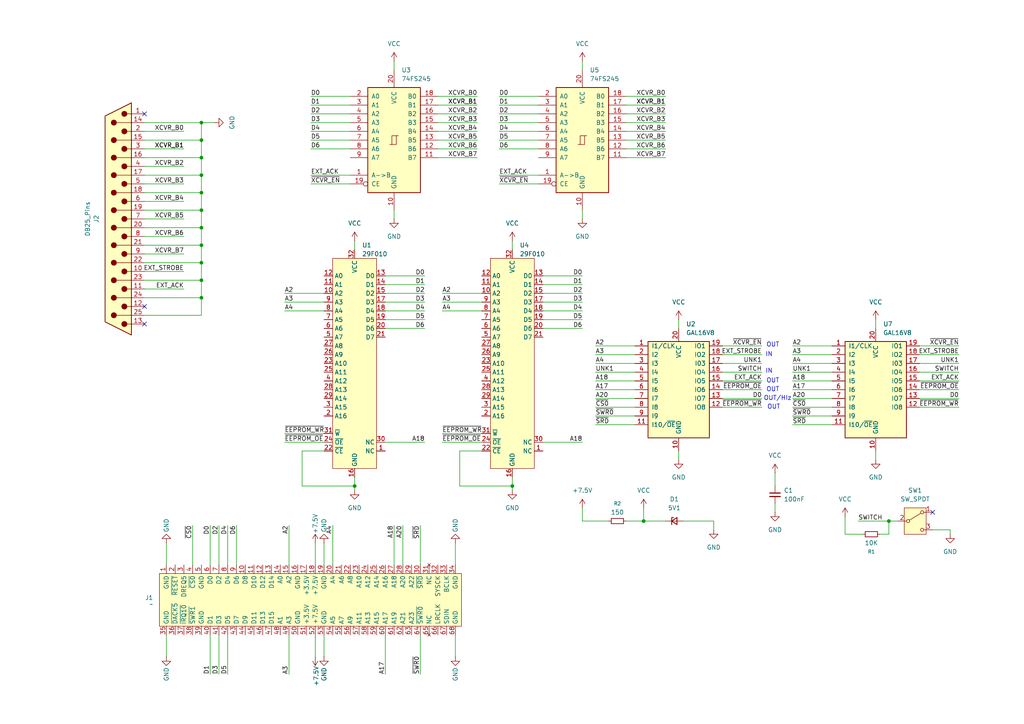
<source format=kicad_sch>
(kicad_sch (version 20250114) (generator "eeschema") (generator_version "9.0")
  (paper "A4")
  (lib_symbols
    (symbol "29F010_1"
      (property "Reference" "U" (at 3.048 28.448 0))
      (property "Value" "29F010" (at 0 0 90))
      (symbol "29F010_1_1_1"
        (rectangle (start -6.35 26.67) (end 6.35 -34.29) (fill (type background)))
        (pin input line (at -8.89 21.59 0) (length 2.54) (name "A0") (number "12"))
        (pin input line (at -8.89 19.05 0) (length 2.54) (name "A1") (number "11"))
        (pin input line (at -8.89 16.51 0) (length 2.54) (name "A2") (number "10"))
        (pin input line (at -8.89 13.97 0) (length 2.54) (name "A3") (number "9"))
        (pin input line (at -8.89 11.43 0) (length 2.54) (name "A4") (number "8"))
        (pin input line (at -8.89 8.89 0) (length 2.54) (name "A5") (number "7"))
        (pin input line (at -8.89 6.35 0) (length 2.54) (name "A6") (number "6"))
        (pin input line (at -8.89 3.81 0) (length 2.54) (name "A7") (number "5"))
        (pin input line (at -8.89 1.27 0) (length 2.54) (name "A8") (number "27"))
        (pin input line (at -8.89 -1.27 0) (length 2.54) (name "A9") (number "26"))
        (pin input line (at -8.89 -3.81 0) (length 2.54) (name "A10") (number "23"))
        (pin input line (at -8.89 -6.35 0) (length 2.54) (name "A11") (number "25"))
        (pin input line (at -8.89 -8.89 0) (length 2.54) (name "A12") (number "4"))
        (pin input line (at -8.89 -11.43 0) (length 2.54) (name "A13") (number "28"))
        (pin input line (at -8.89 -13.97 0) (length 2.54) (name "A14") (number "29"))
        (pin input line (at -8.89 -16.51 0) (length 2.54) (name "A15") (number "3"))
        (pin input line (at -8.89 -19.05 0) (length 2.54) (name "A16") (number "2"))
        (pin input line (at -8.89 -24.13 0) (length 2.54) (name "~{W}") (number "31"))
        (pin input line (at -8.89 -26.67 0) (length 2.54) (name "~{OE}") (number "24"))
        (pin input line (at -8.89 -29.21 0) (length 2.54) (name "~{CE}") (number "22"))
        (pin power_in line (at 0 29.21 270) (length 2.54) (name "VCC") (number "32"))
        (pin power_in line (at 0 -36.83 90) (length 2.54) (name "GND") (number "16"))
        (pin output line (at 8.89 21.59 180) (length 2.54) (name "D0") (number "13"))
        (pin output line (at 8.89 19.05 180) (length 2.54) (name "D1") (number "14"))
        (pin output line (at 8.89 16.51 180) (length 2.54) (name "D2") (number "15"))
        (pin output line (at 8.89 13.97 180) (length 2.54) (name "D3") (number "17"))
        (pin output line (at 8.89 11.43 180) (length 2.54) (name "D4") (number "18"))
        (pin output line (at 8.89 8.89 180) (length 2.54) (name "D5") (number "19"))
        (pin output line (at 8.89 6.35 180) (length 2.54) (name "D6") (number "20"))
        (pin output line (at 8.89 3.81 180) (length 2.54) (name "D7") (number "21"))
        (pin free line (at 8.89 -26.67 180) (length 2.54) (name "NC") (number "30"))
        (pin free line (at 8.89 -29.21 180) (length 2.54) (name "NC") (number "1"))
      )
    )
    (symbol "74xx:74LS245" (pin_names (offset 1.016))
      (property "Reference" "U" (at -7.62 16.51 0))
      (property "Value" "74LS245" (at -7.62 -16.51 0))
      (symbol "74LS245_1_0"
        (polyline (pts (xy -1.27 -1.27) (xy 0.635 -1.27) (xy 0.635 1.27) (xy 1.27 1.27)))
        (polyline (pts (xy -0.635 -1.27) (xy -0.635 1.27) (xy 0.635 1.27)))
        (pin tri_state line (at -12.7 12.7 0) (length 5.08) (name "A0") (number "2"))
        (pin tri_state line (at -12.7 10.16 0) (length 5.08) (name "A1") (number "3"))
        (pin tri_state line (at -12.7 7.62 0) (length 5.08) (name "A2") (number "4"))
        (pin tri_state line (at -12.7 5.08 0) (length 5.08) (name "A3") (number "5"))
        (pin tri_state line (at -12.7 2.54 0) (length 5.08) (name "A4") (number "6"))
        (pin tri_state line (at -12.7 0 0) (length 5.08) (name "A5") (number "7"))
        (pin tri_state line (at -12.7 -2.54 0) (length 5.08) (name "A6") (number "8"))
        (pin tri_state line (at -12.7 -5.08 0) (length 5.08) (name "A7") (number "9"))
        (pin input line (at -12.7 -10.16 0) (length 5.08) (name "A->B") (number "1"))
        (pin input inverted (at -12.7 -12.7 0) (length 5.08) (name "CE") (number "19"))
        (pin power_in line (at 0 20.32 270) (length 5.08) (name "VCC") (number "20"))
        (pin power_in line (at 0 -20.32 90) (length 5.08) (name "GND") (number "10"))
        (pin tri_state line (at 12.7 12.7 180) (length 5.08) (name "B0") (number "18"))
        (pin tri_state line (at 12.7 10.16 180) (length 5.08) (name "B1") (number "17"))
        (pin tri_state line (at 12.7 7.62 180) (length 5.08) (name "B2") (number "16"))
        (pin tri_state line (at 12.7 5.08 180) (length 5.08) (name "B3") (number "15"))
        (pin tri_state line (at 12.7 2.54 180) (length 5.08) (name "B4") (number "14"))
        (pin tri_state line (at 12.7 0 180) (length 5.08) (name "B5") (number "13"))
        (pin tri_state line (at 12.7 -2.54 180) (length 5.08) (name "B6") (number "12"))
        (pin tri_state line (at 12.7 -5.08 180) (length 5.08) (name "B7") (number "11"))
      )
      (symbol "74LS245_1_1"
        (rectangle (start -7.62 15.24) (end 7.62 -15.24) (stroke (width 0.254)) (fill (type background)))
      )
    )
    (symbol "Connector:DB25_Pins" (pin_names (offset 1.016) (hide yes))
      (property "Reference" "J" (at 0 34.29 0))
      (property "Value" "DB25_Pins" (at 0 -34.925 0))
      (symbol "DB25_Pins_0_1"
        (polyline (pts (xy -3.81 30.48) (xy -2.54 30.48)))
        (polyline (pts (xy -3.81 27.94) (xy 0.508 27.94)))
        (polyline (pts (xy -3.81 25.4) (xy -2.54 25.4)))
        (polyline (pts (xy -3.81 22.86) (xy 0.508 22.86)))
        (polyline (pts (xy -3.81 20.32) (xy -2.54 20.32)))
        (polyline (pts (xy -3.81 17.78) (xy 0.508 17.78)))
        (polyline (pts (xy -3.81 15.24) (xy -2.54 15.24)))
        (polyline (pts (xy -3.81 12.7) (xy 0.508 12.7)))
        (polyline (pts (xy -3.81 10.16) (xy -2.54 10.16)))
        (polyline (pts (xy -3.81 7.62) (xy 0.508 7.62)))
        (polyline (pts (xy -3.81 5.08) (xy -2.54 5.08)))
        (polyline (pts (xy -3.81 2.54) (xy 0.508 2.54)))
        (polyline (pts (xy -3.81 0) (xy -2.54 0)))
        (polyline (pts (xy -3.81 -2.54) (xy 0.508 -2.54)))
        (polyline (pts (xy -3.81 -5.08) (xy -2.54 -5.08)))
        (polyline (pts (xy -3.81 -7.62) (xy 0.508 -7.62)))
        (polyline (pts (xy -3.81 -10.16) (xy -2.54 -10.16)))
        (polyline (pts (xy -3.81 -12.7) (xy 0.508 -12.7)))
        (polyline (pts (xy -3.81 -15.24) (xy -2.54 -15.24)))
        (polyline (pts (xy -3.81 -17.78) (xy 0.508 -17.78)))
        (polyline (pts (xy -3.81 -20.32) (xy -2.54 -20.32)))
        (polyline (pts (xy -3.81 -22.86) (xy 0.508 -22.86)))
        (polyline (pts (xy -3.81 -25.4) (xy -2.54 -25.4)))
        (polyline (pts (xy -3.81 -27.94) (xy 0.508 -27.94)))
        (polyline (pts (xy -3.81 -30.48) (xy -2.54 -30.48)))
        (polyline (pts (xy -3.81 -33.655) (xy 3.81 -29.845) (xy 3.81 29.845) (xy -3.81 33.655) (xy -3.81 -33.655)) (stroke (width 0.254)) (fill (type background)))
        (circle (center -1.778 30.48) (radius 0.762) (fill (type outline)))
        (circle (center -1.778 25.4) (radius 0.762) (fill (type outline)))
        (circle (center -1.778 20.32) (radius 0.762) (fill (type outline)))
        (circle (center -1.778 15.24) (radius 0.762) (fill (type outline)))
        (circle (center -1.778 10.16) (radius 0.762) (fill (type outline)))
        (circle (center -1.778 5.08) (radius 0.762) (fill (type outline)))
        (circle (center -1.778 0) (radius 0.762) (fill (type outline)))
        (circle (center -1.778 -5.08) (radius 0.762) (fill (type outline)))
        (circle (center -1.778 -10.16) (radius 0.762) (fill (type outline)))
        (circle (center -1.778 -15.24) (radius 0.762) (fill (type outline)))
        (circle (center -1.778 -20.32) (radius 0.762) (fill (type outline)))
        (circle (center -1.778 -25.4) (radius 0.762) (fill (type outline)))
        (circle (center -1.778 -30.48) (radius 0.762) (fill (type outline)))
        (circle (center 1.27 27.94) (radius 0.762) (fill (type outline)))
        (circle (center 1.27 22.86) (radius 0.762) (fill (type outline)))
        (circle (center 1.27 17.78) (radius 0.762) (fill (type outline)))
        (circle (center 1.27 12.7) (radius 0.762) (fill (type outline)))
        (circle (center 1.27 7.62) (radius 0.762) (fill (type outline)))
        (circle (center 1.27 2.54) (radius 0.762) (fill (type outline)))
        (circle (center 1.27 -2.54) (radius 0.762) (fill (type outline)))
        (circle (center 1.27 -7.62) (radius 0.762) (fill (type outline)))
        (circle (center 1.27 -12.7) (radius 0.762) (fill (type outline)))
        (circle (center 1.27 -17.78) (radius 0.762) (fill (type outline)))
        (circle (center 1.27 -22.86) (radius 0.762) (fill (type outline)))
        (circle (center 1.27 -27.94) (radius 0.762) (fill (type outline)))
      )
      (symbol "DB25_Pins_1_1"
        (pin passive line (at -7.62 30.48 0) (length 3.81) (name "13") (number "13"))
        (pin passive line (at -7.62 27.94 0) (length 3.81) (name "P25") (number "25"))
        (pin passive line (at -7.62 25.4 0) (length 3.81) (name "12") (number "12"))
        (pin passive line (at -7.62 22.86 0) (length 3.81) (name "P24") (number "24"))
        (pin passive line (at -7.62 20.32 0) (length 3.81) (name "11") (number "11"))
        (pin passive line (at -7.62 17.78 0) (length 3.81) (name "P23") (number "23"))
        (pin passive line (at -7.62 15.24 0) (length 3.81) (name "10") (number "10"))
        (pin passive line (at -7.62 12.7 0) (length 3.81) (name "P22") (number "22"))
        (pin passive line (at -7.62 10.16 0) (length 3.81) (name "9") (number "9"))
        (pin passive line (at -7.62 7.62 0) (length 3.81) (name "P21") (number "21"))
        (pin passive line (at -7.62 5.08 0) (length 3.81) (name "8") (number "8"))
        (pin passive line (at -7.62 2.54 0) (length 3.81) (name "P20") (number "20"))
        (pin passive line (at -7.62 0 0) (length 3.81) (name "7") (number "7"))
        (pin passive line (at -7.62 -2.54 0) (length 3.81) (name "P19") (number "19"))
        (pin passive line (at -7.62 -5.08 0) (length 3.81) (name "6") (number "6"))
        (pin passive line (at -7.62 -7.62 0) (length 3.81) (name "P18") (number "18"))
        (pin passive line (at -7.62 -10.16 0) (length 3.81) (name "5") (number "5"))
        (pin passive line (at -7.62 -12.7 0) (length 3.81) (name "P17") (number "17"))
        (pin passive line (at -7.62 -15.24 0) (length 3.81) (name "4") (number "4"))
        (pin passive line (at -7.62 -17.78 0) (length 3.81) (name "P16") (number "16"))
        (pin passive line (at -7.62 -20.32 0) (length 3.81) (name "3") (number "3"))
        (pin passive line (at -7.62 -22.86 0) (length 3.81) (name "P15") (number "15"))
        (pin passive line (at -7.62 -25.4 0) (length 3.81) (name "2") (number "2"))
        (pin passive line (at -7.62 -27.94 0) (length 3.81) (name "P14") (number "14"))
        (pin passive line (at -7.62 -30.48 0) (length 3.81) (name "1") (number "1"))
      )
    )
    (symbol "Device:C_Small" (pin_numbers (hide yes)) (pin_names (offset 0.254) (hide yes))
      (property "Reference" "C" (at 0.254 1.778 0))
      (property "Value" "C_Small" (at 0.254 -2.032 0))
      (symbol "C_Small_0_1"
        (polyline (pts (xy -1.524 0.508) (xy 1.524 0.508)) (stroke (width 0.3048)))
        (polyline (pts (xy -1.524 -0.508) (xy 1.524 -0.508)) (stroke (width 0.3302)))
      )
      (symbol "C_Small_1_1"
        (pin passive line (at 0 2.54 270) (length 2.032) (name "~") (number "1"))
        (pin passive line (at 0 -2.54 90) (length 2.032) (name "~") (number "2"))
      )
    )
    (symbol "Device:D_Zener_Small" (pin_numbers (hide yes)) (pin_names (offset 0.254) (hide yes))
      (property "Reference" "D" (at 0 2.286 0))
      (property "Value" "D_Zener_Small" (at 0 -2.286 0))
      (symbol "D_Zener_Small_0_1"
        (polyline (pts (xy -0.254 1.016) (xy -0.762 1.016) (xy -0.762 -1.016)) (stroke (width 0.254)))
        (polyline (pts (xy 0.762 1.016) (xy -0.762 0) (xy 0.762 -1.016) (xy 0.762 1.016)) (stroke (width 0.254)))
        (polyline (pts (xy 0.762 0) (xy -0.762 0)))
      )
      (symbol "D_Zener_Small_1_1"
        (pin passive line (at -2.54 0 0) (length 1.778) (name "K") (number "1"))
        (pin passive line (at 2.54 0 180) (length 1.778) (name "A") (number "2"))
      )
    )
    (symbol "Device:R_Small" (pin_numbers (hide yes)) (pin_names (offset 0.254) (hide yes))
      (property "Reference" "R" (at 0 0 90))
      (property "Value" "R_Small" (at 1.778 0 90))
      (symbol "R_Small_0_1"
        (rectangle (start -0.762 1.778) (end 0.762 -1.778) (stroke (width 0.2032)))
      )
      (symbol "R_Small_1_1"
        (pin passive line (at 0 2.54 270) (length 0.762) (name "~") (number "1"))
        (pin passive line (at 0 -2.54 90) (length 0.762) (name "~") (number "2"))
      )
    )
    (symbol "Logic_Programmable:GAL16V8" (pin_names (offset 1.016))
      (property "Reference" "U" (at -8.89 16.51 0))
      (property "Value" "GAL16V8" (at 1.27 16.51 0))
      (symbol "GAL16V8_0_0"
        (pin power_in line (at 0 17.78 270) (length 3.81) (name "VCC") (number "20"))
        (pin power_in line (at 0 -17.78 90) (length 3.81) (name "GND") (number "10"))
      )
      (symbol "GAL16V8_0_1"
        (rectangle (start -8.89 13.97) (end 8.89 -13.97) (stroke (width 0.254)) (fill (type background)))
      )
      (symbol "GAL16V8_1_1"
        (pin input line (at -12.7 12.7 0) (length 3.81) (name "I1/CLK") (number "1"))
        (pin input line (at -12.7 10.16 0) (length 3.81) (name "I2") (number "2"))
        (pin input line (at -12.7 7.62 0) (length 3.81) (name "I3") (number "3"))
        (pin input line (at -12.7 5.08 0) (length 3.81) (name "I4") (number "4"))
        (pin input line (at -12.7 2.54 0) (length 3.81) (name "I5") (number "5"))
        (pin input line (at -12.7 0 0) (length 3.81) (name "I6") (number "6"))
        (pin input line (at -12.7 -2.54 0) (length 3.81) (name "I7") (number "7"))
        (pin input line (at -12.7 -5.08 0) (length 3.81) (name "I8") (number "8"))
        (pin input line (at -12.7 -7.62 0) (length 3.81) (name "I9") (number "9"))
        (pin input line (at -12.7 -10.16 0) (length 3.81) (name "I10/~{OE}") (number "11"))
        (pin tri_state line (at 12.7 12.7 180) (length 3.81) (name "IO1") (number "19"))
        (pin tri_state line (at 12.7 10.16 180) (length 3.81) (name "IO2") (number "18"))
        (pin tri_state line (at 12.7 7.62 180) (length 3.81) (name "I03") (number "17"))
        (pin tri_state line (at 12.7 5.08 180) (length 3.81) (name "IO4") (number "16"))
        (pin tri_state line (at 12.7 2.54 180) (length 3.81) (name "IO5") (number "15"))
        (pin tri_state line (at 12.7 0 180) (length 3.81) (name "IO6") (number "14"))
        (pin tri_state line (at 12.7 -2.54 180) (length 3.81) (name "IO7") (number "13"))
        (pin tri_state line (at 12.7 -5.08 180) (length 3.81) (name "IO8") (number "12"))
      )
    )
    (symbol "PR_Symbols:29F010"
      (property "Reference" "U" (at 3.048 28.448 0))
      (property "Value" "29F010" (at 0 0 90))
      (symbol "29F010_1_1"
        (rectangle (start -6.35 26.67) (end 6.35 -34.29) (fill (type background)))
        (pin input line (at -8.89 21.59 0) (length 2.54) (name "A0") (number "12"))
        (pin input line (at -8.89 19.05 0) (length 2.54) (name "A1") (number "11"))
        (pin input line (at -8.89 16.51 0) (length 2.54) (name "A2") (number "10"))
        (pin input line (at -8.89 13.97 0) (length 2.54) (name "A3") (number "9"))
        (pin input line (at -8.89 11.43 0) (length 2.54) (name "A4") (number "8"))
        (pin input line (at -8.89 8.89 0) (length 2.54) (name "A5") (number "7"))
        (pin input line (at -8.89 6.35 0) (length 2.54) (name "A6") (number "6"))
        (pin input line (at -8.89 3.81 0) (length 2.54) (name "A7") (number "5"))
        (pin input line (at -8.89 1.27 0) (length 2.54) (name "A8") (number "27"))
        (pin input line (at -8.89 -1.27 0) (length 2.54) (name "A9") (number "26"))
        (pin input line (at -8.89 -3.81 0) (length 2.54) (name "A10") (number "23"))
        (pin input line (at -8.89 -6.35 0) (length 2.54) (name "A11") (number "25"))
        (pin input line (at -8.89 -8.89 0) (length 2.54) (name "A12") (number "4"))
        (pin input line (at -8.89 -11.43 0) (length 2.54) (name "A13") (number "28"))
        (pin input line (at -8.89 -13.97 0) (length 2.54) (name "A14") (number "29"))
        (pin input line (at -8.89 -16.51 0) (length 2.54) (name "A15") (number "3"))
        (pin input line (at -8.89 -19.05 0) (length 2.54) (name "A16") (number "2"))
        (pin input line (at -8.89 -24.13 0) (length 2.54) (name "~{W}") (number "31"))
        (pin input line (at -8.89 -26.67 0) (length 2.54) (name "~{OE}") (number "24"))
        (pin input line (at -8.89 -29.21 0) (length 2.54) (name "~{CE}") (number "22"))
        (pin power_in line (at 0 29.21 270) (length 2.54) (name "VCC") (number "32"))
        (pin power_in line (at 0 -36.83 90) (length 2.54) (name "GND") (number "16"))
        (pin output line (at 8.89 21.59 180) (length 2.54) (name "D0") (number "13"))
        (pin output line (at 8.89 19.05 180) (length 2.54) (name "D1") (number "14"))
        (pin output line (at 8.89 16.51 180) (length 2.54) (name "D2") (number "15"))
        (pin output line (at 8.89 13.97 180) (length 2.54) (name "D3") (number "17"))
        (pin output line (at 8.89 11.43 180) (length 2.54) (name "D4") (number "18"))
        (pin output line (at 8.89 8.89 180) (length 2.54) (name "D5") (number "19"))
        (pin output line (at 8.89 6.35 180) (length 2.54) (name "D6") (number "20"))
        (pin output line (at 8.89 3.81 180) (length 2.54) (name "D7") (number "21"))
        (pin free line (at 8.89 -26.67 180) (length 2.54) (name "NC") (number "30"))
        (pin free line (at 8.89 -29.21 180) (length 2.54) (name "NC") (number "1"))
      )
    )
    (symbol "PR_Symbols:PIO Port"
      (property "Reference" "J" (at 46.482 9.398 0))
      (symbol "PIO Port_1_1"
        (rectangle (start -42.672 7.62) (end 44.958 -7.62) (fill (type background)))
        (pin power_out line (at -40.64 10.16 270) (length 2.54) (name "GND") (number "1"))
        (pin power_out line (at -40.64 -10.16 90) (length 2.54) (name "GND") (number "35"))
        (pin open_collector line (at -38.1 10.16 270) (length 2.54) (name "~{RESET}") (number "2"))
        (pin output line (at -38.1 -10.16 90) (length 2.54) (name "~{DACK5}") (number "36"))
        (pin input line (at -35.56 10.16 270) (length 2.54) (name "DREQ5") (number "3"))
        (pin input line (at -35.56 -10.16 90) (length 2.54) (name "~{IRQ10}") (number "37"))
        (pin output line (at -33.02 10.16 270) (length 2.54) (name "~{CS0}") (number "4"))
        (pin output line (at -33.02 -10.16 90) (length 2.54) (name "~{SWR1}") (number "38"))
        (pin output line (at -30.48 10.16 270) (length 2.54) (name "GND") (number "5"))
        (pin output line (at -30.48 -10.16 90) (length 2.54) (name "GND") (number "39"))
        (pin bidirectional line (at -27.94 10.16 270) (length 2.54) (name "D0") (number "6"))
        (pin bidirectional line (at -27.94 -10.16 90) (length 2.54) (name "D1") (number "40"))
        (pin bidirectional line (at -25.4 10.16 270) (length 2.54) (name "D2") (number "7"))
        (pin bidirectional line (at -25.4 -10.16 90) (length 2.54) (name "D3") (number "41"))
        (pin bidirectional line (at -22.86 10.16 270) (length 2.54) (name "D4") (number "8"))
        (pin bidirectional line (at -22.86 -10.16 90) (length 2.54) (name "D5") (number "42"))
        (pin bidirectional line (at -20.32 10.16 270) (length 2.54) (name "D6") (number "9"))
        (pin bidirectional line (at -20.32 -10.16 90) (length 2.54) (name "D7") (number "43"))
        (pin bidirectional line (at -17.78 10.16 270) (length 2.54) (name "D8") (number "10"))
        (pin bidirectional line (at -17.78 -10.16 90) (length 2.54) (name "D9") (number "44"))
        (pin bidirectional line (at -15.24 10.16 270) (length 2.54) (name "D10") (number "11"))
        (pin bidirectional line (at -15.24 -10.16 90) (length 2.54) (name "D11") (number "45"))
        (pin bidirectional line (at -12.7 10.16 270) (length 2.54) (name "D12") (number "12"))
        (pin bidirectional line (at -12.7 -10.16 90) (length 2.54) (name "D13") (number "46"))
        (pin bidirectional line (at -10.16 10.16 270) (length 2.54) (name "D14") (number "13"))
        (pin bidirectional line (at -10.16 -10.16 90) (length 2.54) (name "D15") (number "47"))
        (pin output line (at -7.62 10.16 270) (length 2.54) (name "A0") (number "14"))
        (pin output line (at -7.62 -10.16 90) (length 2.54) (name "A1") (number "48"))
        (pin output line (at -5.08 10.16 270) (length 2.54) (name "A2") (number "15"))
        (pin output line (at -5.08 -10.16 90) (length 2.54) (name "A3") (number "49"))
        (pin output line (at -2.54 10.16 270) (length 2.54) (name "GND") (number "16"))
        (pin output line (at -2.54 -10.16 90) (length 2.54) (name "GND") (number "50"))
        (pin power_out line (at 0 10.16 270) (length 2.54) (name "+3.5V") (number "17"))
        (pin power_out line (at 0 -10.16 90) (length 2.54) (name "+3.5V") (number "51"))
        (pin power_out line (at 2.54 10.16 270) (length 2.54) (name "+7.5V") (number "18"))
        (pin power_out line (at 2.54 -10.16 90) (length 2.54) (name "+7.5V") (number "52"))
        (pin output line (at 5.08 10.16 270) (length 2.54) (name "GND") (number "19"))
        (pin output line (at 5.08 -10.16 90) (length 2.54) (name "GND") (number "53"))
        (pin output line (at 7.62 10.16 270) (length 2.54) (name "A4") (number "20"))
        (pin output line (at 7.62 -10.16 90) (length 2.54) (name "A5") (number "54"))
        (pin output line (at 10.16 10.16 270) (length 2.54) (name "A6") (number "21"))
        (pin output line (at 10.16 -10.16 90) (length 2.54) (name "A7") (number "55"))
        (pin output line (at 12.7 10.16 270) (length 2.54) (name "A8") (number "22"))
        (pin output line (at 12.7 -10.16 90) (length 2.54) (name "A9") (number "56"))
        (pin output line (at 15.24 10.16 270) (length 2.54) (name "A10") (number "23"))
        (pin output line (at 15.24 -10.16 90) (length 2.54) (name "A11") (number "57"))
        (pin output line (at 17.78 10.16 270) (length 2.54) (name "A12") (number "24"))
        (pin output line (at 17.78 -10.16 90) (length 2.54) (name "A13") (number "58"))
        (pin output line (at 20.32 10.16 270) (length 2.54) (name "A14") (number "25"))
        (pin output line (at 20.32 -10.16 90) (length 2.54) (name "A15") (number "59"))
        (pin output line (at 22.86 10.16 270) (length 2.54) (name "A16") (number "26"))
        (pin output line (at 22.86 -10.16 90) (length 2.54) (name "A17") (number "60"))
        (pin output line (at 25.4 10.16 270) (length 2.54) (name "A18") (number "27"))
        (pin output line (at 25.4 -10.16 90) (length 2.54) (name "A19") (number "61"))
        (pin output line (at 27.94 10.16 270) (length 2.54) (name "A20") (number "28"))
        (pin output line (at 27.94 -10.16 90) (length 2.54) (name "A21") (number "62"))
        (pin output line (at 30.48 10.16 270) (length 2.54) (name "A22") (number "29"))
        (pin output line (at 30.48 -10.16 90) (length 2.54) (name "A23") (number "63"))
        (pin output line (at 33.02 10.16 270) (length 2.54) (name "~{SRD}") (number "30"))
        (pin output line (at 33.02 -10.16 90) (length 2.54) (name "~{SWR0}") (number "64"))
        (pin no_connect line (at 35.56 10.16 270) (length 2.54) (name "NC") (number "31"))
        (pin no_connect line (at 35.56 -10.16 90) (length 2.54) (name "NC") (number "65"))
        (pin output line (at 38.1 10.16 270) (length 2.54) (name "SYSCK") (number "32"))
        (pin output line (at 38.1 -10.16 90) (length 2.54) (name "LRCLK") (number "66"))
        (pin output line (at 40.64 10.16 270) (length 2.54) (name "BCLK") (number "33"))
        (pin input line (at 40.64 -10.16 90) (length 2.54) (name "SDIN") (number "67"))
        (pin power_out line (at 43.18 10.16 270) (length 2.54) (name "GND") (number "34"))
        (pin power_out line (at 43.18 -10.16 90) (length 2.54) (name "GND") (number "68"))
      )
    )
    (symbol "Switch:SW_SPDT" (pin_names (offset 0) (hide yes))
      (property "Reference" "SW" (at 0 5.08 0))
      (property "Value" "SW_SPDT" (at 0 -5.08 0))
      (symbol "SW_SPDT_0_1"
        (circle (center -2.032 0) (radius 0.4572))
        (polyline (pts (xy -1.651 0.254) (xy 1.651 2.286)))
        (circle (center 2.032 2.54) (radius 0.4572))
        (circle (center 2.032 -2.54) (radius 0.4572))
      )
      (symbol "SW_SPDT_1_1"
        (rectangle (start -3.175 3.81) (end 3.175 -3.81) (fill (type background)))
        (pin passive line (at -5.08 0 0) (length 2.54) (name "B") (number "2"))
        (pin passive line (at 5.08 2.54 180) (length 2.54) (name "A") (number "1"))
        (pin passive line (at 5.08 -2.54 180) (length 2.54) (name "C") (number "3"))
      )
    )
    (symbol "power:+7.5V" (power) (pin_numbers (hide yes)) (pin_names (offset 0) (hide yes))
      (property "Value" "+7.5V" (at 0 3.556 0))
      (symbol "+7.5V_0_1"
        (polyline (pts (xy -0.762 1.27) (xy 0 2.54)))
        (polyline (pts (xy 0 2.54) (xy 0.762 1.27)))
        (polyline (pts (xy 0 0) (xy 0 2.54)))
      )
      (symbol "+7.5V_1_1"
        (pin power_in line (at 0 0 90) (length 0) (name "~") (number "1"))
      )
    )
    (symbol "power:GND" (power) (pin_numbers (hide yes)) (pin_names (offset 0) (hide yes))
      (property "Value" "GND" (at 0 -3.81 0))
      (symbol "GND_0_1"
        (polyline (pts (xy 0 0) (xy 0 -1.27) (xy 1.27 -1.27) (xy 0 -2.54) (xy -1.27 -1.27) (xy 0 -1.27)))
      )
      (symbol "GND_1_1"
        (pin power_in line (at 0 0 270) (length 0) (name "~") (number "1"))
      )
    )
    (symbol "power:VCC" (power) (pin_numbers (hide yes)) (pin_names (offset 0) (hide yes))
      (property "Value" "VCC" (at 0 3.556 0))
      (symbol "VCC_0_1"
        (polyline (pts (xy -0.762 1.27) (xy 0 2.54)))
        (polyline (pts (xy 0 2.54) (xy 0.762 1.27)))
        (polyline (pts (xy 0 0) (xy 0 2.54)))
      )
      (symbol "VCC_1_1"
        (pin power_in line (at 0 0 90) (length 0) (name "~") (number "1"))
      )
    )
  )
  (text "OUT" (at 222.25 110.49 0) (effects (font (size 1.27 1.27)) (justify left)))
  (text "OUT" (at 222.25 100.076 0) (effects (font (size 1.27 1.27)) (justify left)))
  (text "OUT/HIz" (at 221.488 115.57 0) (effects (font (size 1.27 1.27)) (justify left)))
  (text "OUT" (at 222.25 113.03 0) (effects (font (size 1.27 1.27)) (justify left)))
  (text "OUT" (at 222.504 118.11 0) (effects (font (size 1.27 1.27)) (justify left)))
  (text "IN" (at 221.996 107.696 0) (effects (font (size 1.27 1.27)) (justify left)))
  (text "IN" (at 221.996 102.87 0) (effects (font (size 1.27 1.27)) (justify left)))
  (junction (at 58.42 81.28))
  (junction (at 257.81 151.13))
  (junction (at 58.42 71.12))
  (junction (at 58.42 76.2))
  (junction (at 58.42 50.8))
  (junction (at 102.87 140.97))
  (junction (at 58.42 66.04))
  (junction (at 58.42 86.36))
  (junction (at 58.42 40.64))
  (junction (at 58.42 55.88))
  (junction (at 186.69 151.13))
  (junction (at 58.42 35.56))
  (junction (at 58.42 45.72))
  (junction (at 148.59 140.97))
  (junction (at 58.42 60.96))
  (no_connect (at 41.91 33.02))
  (no_connect (at 41.91 93.98))
  (no_connect (at 41.91 88.9))
  (no_connect (at 270.51 148.59))
  (wire (pts (xy 241.3 107.95) (xy 229.87 107.95)))
  (wire (pts (xy 127 35.56) (xy 138.43 35.56)))
  (wire (pts (xy 184.15 115.57) (xy 172.72 115.57)))
  (wire (pts (xy 270.51 153.67) (xy 275.59 153.67)))
  (wire (pts (xy 41.91 68.58) (xy 53.34 68.58)))
  (wire (pts (xy 93.98 90.17) (xy 82.55 90.17)))
  (wire (pts (xy 91.44 190.5) (xy 91.44 184.15)))
  (wire (pts (xy 101.6 38.1) (xy 90.17 38.1)))
  (wire (pts (xy 111.76 95.25) (xy 123.19 95.25)))
  (wire (pts (xy 91.44 157.48) (xy 91.44 163.83)))
  (wire (pts (xy 63.5 184.15) (xy 63.5 195.58)))
  (wire (pts (xy 63.5 163.83) (xy 63.5 152.4)))
  (wire (pts (xy 96.52 163.83) (xy 96.52 152.4)))
  (wire (pts (xy 157.48 95.25) (xy 168.91 95.25)))
  (wire (pts (xy 168.91 147.32) (xy 168.91 151.13)))
  (wire (pts (xy 114.3 60.96) (xy 114.3 63.5)))
  (wire (pts (xy 127 45.72) (xy 138.43 45.72)))
  (wire (pts (xy 266.7 110.49) (xy 278.13 110.49)))
  (wire (pts (xy 241.3 115.57) (xy 229.87 115.57)))
  (wire (pts (xy 127 40.64) (xy 138.43 40.64)))
  (wire (pts (xy 209.55 115.57) (xy 220.98 115.57)))
  (wire (pts (xy 41.91 55.88) (xy 58.42 55.88)))
  (wire (pts (xy 132.08 157.48) (xy 132.08 163.83)))
  (wire (pts (xy 102.87 140.97) (xy 102.87 142.24)))
  (wire (pts (xy 245.11 149.86) (xy 245.11 154.94)))
  (wire (pts (xy 41.91 50.8) (xy 58.42 50.8)))
  (wire (pts (xy 168.91 151.13) (xy 176.53 151.13)))
  (wire (pts (xy 148.59 140.97) (xy 148.59 142.24)))
  (wire (pts (xy 186.69 151.13) (xy 193.04 151.13)))
  (wire (pts (xy 114.3 163.83) (xy 114.3 152.4)))
  (wire (pts (xy 241.3 118.11) (xy 229.87 118.11)))
  (wire (pts (xy 156.21 33.02) (xy 144.78 33.02)))
  (wire (pts (xy 101.6 50.8) (xy 90.17 50.8)))
  (wire (pts (xy 184.15 107.95) (xy 172.72 107.95)))
  (wire (pts (xy 41.91 83.82) (xy 53.34 83.82)))
  (wire (pts (xy 58.42 45.72) (xy 58.42 50.8)))
  (wire (pts (xy 41.91 73.66) (xy 53.34 73.66)))
  (wire (pts (xy 255.27 154.94) (xy 257.81 154.94)))
  (wire (pts (xy 58.42 50.8) (xy 58.42 55.88)))
  (wire (pts (xy 181.61 151.13) (xy 186.69 151.13)))
  (wire (pts (xy 41.91 91.44) (xy 58.42 91.44)))
  (wire (pts (xy 139.7 125.73) (xy 128.27 125.73)))
  (wire (pts (xy 139.7 128.27) (xy 128.27 128.27)))
  (wire (pts (xy 58.42 71.12) (xy 58.42 76.2)))
  (wire (pts (xy 68.58 163.83) (xy 68.58 152.4)))
  (wire (pts (xy 184.15 105.41) (xy 172.72 105.41)))
  (wire (pts (xy 184.15 110.49) (xy 172.72 110.49)))
  (wire (pts (xy 241.3 105.41) (xy 229.87 105.41)))
  (wire (pts (xy 41.91 76.2) (xy 58.42 76.2)))
  (wire (pts (xy 241.3 102.87) (xy 229.87 102.87)))
  (wire (pts (xy 156.21 35.56) (xy 144.78 35.56)))
  (wire (pts (xy 83.82 184.15) (xy 83.82 195.58)))
  (wire (pts (xy 157.48 82.55) (xy 168.91 82.55)))
  (wire (pts (xy 133.35 130.81) (xy 139.7 130.81)))
  (wire (pts (xy 157.48 80.01) (xy 168.91 80.01)))
  (wire (pts (xy 114.3 17.78) (xy 114.3 20.32)))
  (wire (pts (xy 254 130.81) (xy 254 133.35)))
  (wire (pts (xy 58.42 76.2) (xy 58.42 81.28)))
  (wire (pts (xy 58.42 35.56) (xy 62.23 35.56)))
  (wire (pts (xy 48.26 157.48) (xy 48.26 163.83)))
  (wire (pts (xy 157.48 92.71) (xy 168.91 92.71)))
  (wire (pts (xy 93.98 87.63) (xy 82.55 87.63)))
  (wire (pts (xy 156.21 38.1) (xy 144.78 38.1)))
  (wire (pts (xy 181.61 30.48) (xy 193.04 30.48)))
  (wire (pts (xy 101.6 27.94) (xy 90.17 27.94)))
  (wire (pts (xy 241.3 100.33) (xy 229.87 100.33)))
  (wire (pts (xy 186.69 147.32) (xy 186.69 151.13)))
  (wire (pts (xy 209.55 107.95) (xy 220.98 107.95)))
  (wire (pts (xy 181.61 35.56) (xy 193.04 35.56)))
  (wire (pts (xy 58.42 66.04) (xy 58.42 71.12)))
  (wire (pts (xy 41.91 58.42) (xy 53.34 58.42)))
  (wire (pts (xy 41.91 43.18) (xy 53.34 43.18)))
  (wire (pts (xy 148.59 140.97) (xy 133.35 140.97)))
  (wire (pts (xy 184.15 102.87) (xy 172.72 102.87)))
  (wire (pts (xy 241.3 110.49) (xy 229.87 110.49)))
  (wire (pts (xy 266.7 107.95) (xy 278.13 107.95)))
  (wire (pts (xy 181.61 43.18) (xy 193.04 43.18)))
  (wire (pts (xy 157.48 87.63) (xy 168.91 87.63)))
  (wire (pts (xy 111.76 90.17) (xy 123.19 90.17)))
  (wire (pts (xy 127 38.1) (xy 138.43 38.1)))
  (wire (pts (xy 101.6 30.48) (xy 90.17 30.48)))
  (wire (pts (xy 102.87 69.85) (xy 102.87 72.39)))
  (wire (pts (xy 66.04 163.83) (xy 66.04 152.4)))
  (wire (pts (xy 41.91 63.5) (xy 53.34 63.5)))
  (wire (pts (xy 41.91 45.72) (xy 58.42 45.72)))
  (wire (pts (xy 132.08 190.5) (xy 132.08 184.15)))
  (wire (pts (xy 121.92 163.83) (xy 121.92 152.4)))
  (wire (pts (xy 41.91 66.04) (xy 58.42 66.04)))
  (wire (pts (xy 66.04 184.15) (xy 66.04 195.58)))
  (wire (pts (xy 121.92 184.15) (xy 121.92 195.58)))
  (wire (pts (xy 196.85 130.81) (xy 196.85 133.35)))
  (wire (pts (xy 102.87 138.43) (xy 102.87 140.97)))
  (wire (pts (xy 111.76 128.27) (xy 123.19 128.27)))
  (wire (pts (xy 184.15 100.33) (xy 172.72 100.33)))
  (wire (pts (xy 101.6 53.34) (xy 90.17 53.34)))
  (wire (pts (xy 41.91 71.12) (xy 58.42 71.12)))
  (wire (pts (xy 241.3 120.65) (xy 229.87 120.65)))
  (wire (pts (xy 184.15 120.65) (xy 172.72 120.65)))
  (wire (pts (xy 209.55 102.87) (xy 220.98 102.87)))
  (wire (pts (xy 41.91 38.1) (xy 53.34 38.1)))
  (wire (pts (xy 156.21 53.34) (xy 144.78 53.34)))
  (wire (pts (xy 209.55 105.41) (xy 220.98 105.41)))
  (wire (pts (xy 157.48 128.27) (xy 168.91 128.27)))
  (wire (pts (xy 181.61 45.72) (xy 193.04 45.72)))
  (wire (pts (xy 139.7 90.17) (xy 128.27 90.17)))
  (wire (pts (xy 58.42 35.56) (xy 58.42 40.64)))
  (wire (pts (xy 101.6 43.18) (xy 90.17 43.18)))
  (wire (pts (xy 93.98 85.09) (xy 82.55 85.09)))
  (wire (pts (xy 139.7 87.63) (xy 128.27 87.63)))
  (wire (pts (xy 156.21 27.94) (xy 144.78 27.94)))
  (wire (pts (xy 184.15 123.19) (xy 172.72 123.19)))
  (wire (pts (xy 60.96 184.15) (xy 60.96 195.58)))
  (wire (pts (xy 184.15 113.03) (xy 172.72 113.03)))
  (wire (pts (xy 41.91 86.36) (xy 58.42 86.36)))
  (wire (pts (xy 241.3 113.03) (xy 229.87 113.03)))
  (wire (pts (xy 257.81 151.13) (xy 248.92 151.13)))
  (wire (pts (xy 168.91 60.96) (xy 168.91 63.5)))
  (wire (pts (xy 241.3 123.19) (xy 229.87 123.19)))
  (wire (pts (xy 127 30.48) (xy 138.43 30.48)))
  (wire (pts (xy 209.55 110.49) (xy 220.98 110.49)))
  (wire (pts (xy 111.76 92.71) (xy 123.19 92.71)))
  (wire (pts (xy 93.98 190.5) (xy 93.98 184.15)))
  (wire (pts (xy 101.6 35.56) (xy 90.17 35.56)))
  (wire (pts (xy 209.55 100.33) (xy 220.98 100.33)))
  (wire (pts (xy 41.91 48.26) (xy 53.34 48.26)))
  (wire (pts (xy 41.91 35.56) (xy 58.42 35.56)))
  (wire (pts (xy 60.96 163.83) (xy 60.96 152.4)))
  (wire (pts (xy 41.91 60.96) (xy 58.42 60.96)))
  (wire (pts (xy 181.61 40.64) (xy 193.04 40.64)))
  (wire (pts (xy 245.11 154.94) (xy 250.19 154.94)))
  (wire (pts (xy 157.48 85.09) (xy 168.91 85.09)))
  (wire (pts (xy 148.59 69.85) (xy 148.59 72.39)))
  (wire (pts (xy 266.7 100.33) (xy 278.13 100.33)))
  (wire (pts (xy 156.21 50.8) (xy 144.78 50.8)))
  (wire (pts (xy 41.91 78.74) (xy 53.34 78.74)))
  (wire (pts (xy 93.98 128.27) (xy 82.55 128.27)))
  (wire (pts (xy 48.26 190.5) (xy 48.26 184.15)))
  (wire (pts (xy 87.63 130.81) (xy 87.63 140.97)))
  (wire (pts (xy 93.98 125.73) (xy 82.55 125.73)))
  (wire (pts (xy 257.81 154.94) (xy 257.81 151.13)))
  (wire (pts (xy 58.42 40.64) (xy 58.42 45.72)))
  (wire (pts (xy 275.59 153.67) (xy 275.59 154.94)))
  (wire (pts (xy 127 43.18) (xy 138.43 43.18)))
  (wire (pts (xy 58.42 55.88) (xy 58.42 60.96)))
  (wire (pts (xy 58.42 81.28) (xy 58.42 86.36)))
  (wire (pts (xy 266.7 102.87) (xy 278.13 102.87)))
  (wire (pts (xy 41.91 81.28) (xy 58.42 81.28)))
  (wire (pts (xy 102.87 140.97) (xy 87.63 140.97)))
  (wire (pts (xy 111.76 184.15) (xy 111.76 195.58)))
  (wire (pts (xy 207.01 151.13) (xy 207.01 153.67)))
  (wire (pts (xy 139.7 85.09) (xy 128.27 85.09)))
  (wire (pts (xy 41.91 53.34) (xy 53.34 53.34)))
  (wire (pts (xy 83.82 163.83) (xy 83.82 152.4)))
  (wire (pts (xy 196.85 92.71) (xy 196.85 95.25)))
  (wire (pts (xy 58.42 60.96) (xy 58.42 66.04)))
  (wire (pts (xy 168.91 17.78) (xy 168.91 20.32)))
  (wire (pts (xy 157.48 90.17) (xy 168.91 90.17)))
  (wire (pts (xy 198.12 151.13) (xy 207.01 151.13)))
  (wire (pts (xy 116.84 163.83) (xy 116.84 152.4)))
  (wire (pts (xy 156.21 43.18) (xy 144.78 43.18)))
  (wire (pts (xy 58.42 86.36) (xy 58.42 91.44)))
  (wire (pts (xy 181.61 27.94) (xy 193.04 27.94)))
  (wire (pts (xy 266.7 115.57) (xy 278.13 115.57)))
  (wire (pts (xy 184.15 118.11) (xy 172.72 118.11)))
  (wire (pts (xy 127 33.02) (xy 138.43 33.02)))
  (wire (pts (xy 224.79 146.05) (xy 224.79 148.59)))
  (wire (pts (xy 148.59 138.43) (xy 148.59 140.97)))
  (wire (pts (xy 111.76 82.55) (xy 123.19 82.55)))
  (wire (pts (xy 278.13 113.03) (xy 266.7 113.03)))
  (wire (pts (xy 111.76 80.01) (xy 123.19 80.01)))
  (wire (pts (xy 209.55 118.11) (xy 220.98 118.11)))
  (wire (pts (xy 93.98 157.48) (xy 93.98 163.83)))
  (wire (pts (xy 101.6 33.02) (xy 90.17 33.02)))
  (wire (pts (xy 87.63 130.81) (xy 93.98 130.81)))
  (wire (pts (xy 254 92.71) (xy 254 95.25)))
  (wire (pts (xy 260.35 151.13) (xy 257.81 151.13)))
  (wire (pts (xy 278.13 118.11) (xy 266.7 118.11)))
  (wire (pts (xy 127 27.94) (xy 138.43 27.94)))
  (wire (pts (xy 209.55 113.03) (xy 220.98 113.03)))
  (wire (pts (xy 156.21 40.64) (xy 144.78 40.64)))
  (wire (pts (xy 111.76 85.09) (xy 123.19 85.09)))
  (wire (pts (xy 181.61 33.02) (xy 193.04 33.02)))
  (wire (pts (xy 111.76 87.63) (xy 123.19 87.63)))
  (wire (pts (xy 133.35 130.81) (xy 133.35 140.97)))
  (wire (pts (xy 224.79 137.16) (xy 224.79 140.97)))
  (wire (pts (xy 41.91 40.64) (xy 58.42 40.64)))
  (wire (pts (xy 156.21 30.48) (xy 144.78 30.48)))
  (wire (pts (xy 181.61 38.1) (xy 193.04 38.1)))
  (wire (pts (xy 101.6 40.64) (xy 90.17 40.64)))
  (wire (pts (xy 55.88 163.83) (xy 55.88 152.4)))
  (wire (pts (xy 266.7 105.41) (xy 278.13 105.41)))
  (label "A20" (at 229.87 115.57 0))
  (label "D1" (at 60.96 195.58 90))
  (label "D6" (at 123.19 95.25 180))
  (label "D3" (at 144.78 35.56 0))
  (label "UNK1" (at 278.13 105.41 180))
  (label "D0" (at 123.19 80.01 180))
  (label "EXT_STROBE" (at 53.34 78.74 180))
  (label "D6" (at 144.78 43.18 0))
  (label "A4" (at 128.27 90.17 0))
  (label "XCVR_B7" (at 193.04 45.72 180))
  (label "EXT_ACK" (at 90.17 50.8 0))
  (label "D5" (at 144.78 40.64 0))
  (label "EXT_STROBE" (at 278.13 102.87 180))
  (label "~{XCVR_EN}" (at 220.98 100.33 180))
  (label "~{SRD}" (at 229.87 123.19 0))
  (label "D3" (at 90.17 35.56 0))
  (label "D3" (at 63.5 195.58 90))
  (label "D0" (at 144.78 27.94 0))
  (label "XCVR_B4" (at 53.34 58.42 180))
  (label "D3" (at 123.19 87.63 180))
  (label "A2" (at 83.82 152.4 270))
  (label "A3" (at 82.55 87.63 0))
  (label "~{SRD}" (at 172.72 123.19 0))
  (label "A20" (at 172.72 115.57 0))
  (label "~{EEPROM_WR}" (at 82.55 125.73 0))
  (label "D6" (at 90.17 43.18 0))
  (label "SWITCH" (at 278.13 107.95 180))
  (label "A4" (at 172.72 105.41 0))
  (label "EXT_ACK" (at 53.34 83.82 180))
  (label "D2" (at 123.19 85.09 180))
  (label "A3" (at 83.82 195.58 90))
  (label "A3" (at 229.87 102.87 0))
  (label "A18" (at 229.87 110.49 0))
  (label "D4" (at 144.78 38.1 0))
  (label "XCVR_B0" (at 193.04 27.94 180))
  (label "~{EEPROM_OE}" (at 82.55 128.27 0))
  (label "EXT_ACK" (at 220.98 110.49 180))
  (label "EXT_STROBE" (at 220.98 102.87 180))
  (label "D2" (at 144.78 33.02 0))
  (label "~{EEPROM_WR}" (at 128.27 125.73 0))
  (label "~{SRD}" (at 121.92 152.4 270))
  (label "D1" (at 168.91 82.55 180))
  (label "D0" (at 220.98 115.57 180))
  (label "~{SWR0}" (at 121.92 195.58 90))
  (label "UNK1" (at 220.98 105.41 180))
  (label "~{CS0}" (at 55.88 152.4 270))
  (label "XCVR_B3" (at 53.34 53.34 180))
  (label "SWITCH" (at 220.98 107.95 180))
  (label "D0" (at 90.17 27.94 0))
  (label "XCVR_B0" (at 138.43 27.94 180))
  (label "A17" (at 172.72 113.03 0))
  (label "A17" (at 229.87 113.03 0))
  (label "D0" (at 278.13 115.57 180))
  (label "~{EEPROM_OE}" (at 220.98 113.03 180))
  (label "D4" (at 168.91 90.17 180))
  (label "~{XCVR_EN}" (at 90.17 53.34 0))
  (label "UNK1" (at 229.87 107.95 0))
  (label "XCVR_B3" (at 138.43 35.56 180))
  (label "XCVR_B6" (at 193.04 43.18 180))
  (label "XCVR_B7" (at 138.43 45.72 180))
  (label "~{EEPROM_OE}" (at 278.13 113.03 180))
  (label "D1" (at 144.78 30.48 0))
  (label "A4" (at 229.87 105.41 0))
  (label "SWITCH" (at 248.92 151.13 0))
  (label "D1" (at 90.17 30.48 0))
  (label "~{SWR0}" (at 172.72 120.65 0))
  (label "~{EEPROM_WR}" (at 278.13 118.11 180))
  (label "XCVR_B5" (at 53.34 63.5 180))
  (label "D5" (at 123.19 92.71 180))
  (label "XCVR_B2" (at 193.04 33.02 180))
  (label "XCVR_B0" (at 53.34 38.1 180))
  (label "D2" (at 90.17 33.02 0))
  (label "XCVR_B2" (at 138.43 33.02 180))
  (label "~{SWR0}" (at 229.87 120.65 0))
  (label "D5" (at 66.04 195.58 90))
  (label "A4" (at 82.55 90.17 0))
  (label "D6" (at 68.58 152.4 270))
  (label "A17" (at 111.76 195.58 90))
  (label "XCVR_B5" (at 138.43 40.64 180))
  (label "D0" (at 168.91 80.01 180))
  (label "XCVR_B6" (at 138.43 43.18 180))
  (label "XCVR_B1" (at 193.04 30.48 180))
  (label "XCVR_B1" (at 193.04 30.48 180))
  (label "~{EEPROM_OE}" (at 128.27 128.27 0))
  (label "A4" (at 96.52 152.4 270))
  (label "A2" (at 172.72 100.33 0))
  (label "EXT_ACK" (at 144.78 50.8 0))
  (label "XCVR_B1" (at 138.43 30.48 180))
  (label "D6" (at 168.91 95.25 180))
  (label "A2" (at 82.55 85.09 0))
  (label "A20" (at 116.84 152.4 270))
  (label "~{EEPROM_WR}" (at 220.98 118.11 180))
  (label "~{CS0}" (at 229.87 118.11 0))
  (label "D4" (at 123.19 90.17 180))
  (label "D3" (at 168.91 87.63 180))
  (label "A18" (at 114.3 152.4 270))
  (label "D5" (at 90.17 40.64 0))
  (label "D0" (at 60.96 152.4 270))
  (label "XCVR_B3" (at 193.04 35.56 180))
  (label "D4" (at 66.04 152.4 270))
  (label "~{XCVR_EN}" (at 278.13 100.33 180))
  (label "D4" (at 90.17 38.1 0))
  (label "XCVR_B1" (at 53.34 43.18 180))
  (label "XCVR_B6" (at 53.34 68.58 180))
  (label "D2" (at 63.5 152.4 270))
  (label "A2" (at 229.87 100.33 0))
  (label "~{XCVR_EN}" (at 144.78 53.34 0))
  (label "XCVR_B4" (at 138.43 38.1 180))
  (label "XCVR_B7" (at 53.34 73.66 180))
  (label "UNK1" (at 172.72 107.95 0))
  (label "A18" (at 123.19 128.27 180))
  (label "XCVR_B1" (at 53.34 43.18 180))
  (label "A3" (at 172.72 102.87 0))
  (label "A18" (at 172.72 110.49 0))
  (label "D2" (at 168.91 85.09 180))
  (label "D1" (at 123.19 82.55 180))
  (label "A3" (at 128.27 87.63 0))
  (label "XCVR_B5" (at 193.04 40.64 180))
  (label "XCVR_B1" (at 138.43 30.48 180))
  (label "EXT_ACK" (at 278.13 110.49 180))
  (label "D5" (at 168.91 92.71 180))
  (label "~{CS0}" (at 172.72 118.11 0))
  (label "XCVR_B2" (at 53.34 48.26 180))
  (label "A2" (at 128.27 85.09 0))
  (label "XCVR_B4" (at 193.04 38.1 180))
  (label "A18" (at 168.91 128.27 180))
  (symbol (lib_id "Logic_Programmable:GAL16V8") (at 254 113.03 0) (unit 1)
    (property "Reference" "U7" (at 256.1433 93.98 0) (effects (justify left)))
    (property "Value" "GAL16V8" (at 256.1433 96.52 0) (effects (justify left)))
    (property "Footprint" "PR_Footprints:PLCC-20" (effects (hide yes)))
    (property "Description" "Programmable Logic Array, DIP-20/SOIC-20/PLCC-20" (effects (hide yes)))
  )
  (symbol (lib_id "power:VCC") (at 224.79 137.16 0) (unit 1)
    (property "Reference" "#PWR016" (effects (hide yes)))
    (property "Value" "VCC" (at 224.79 132.08 0))
    (property "Description" "Power symbol creates a global label with name \"VCC\"" (effects (hide yes)))
  )
  (symbol (lib_id "Device:D_Zener_Small") (at 195.58 151.13 0) (unit 1)
    (property "Reference" "D1" (at 195.58 144.78 0))
    (property "Value" "5V1" (at 195.58 147.32 0))
    (property "Footprint" "PR_Footprints:D_Vertical_KathodeUp" (effects (hide yes)))
    (property "Description" "Zener diode, small symbol" (effects (hide yes)))
  )
  (symbol (lib_id "Logic_Programmable:GAL16V8") (at 196.85 113.03 0) (unit 1)
    (property "Reference" "U2" (at 198.9933 93.98 0) (effects (justify left)))
    (property "Value" "GAL16V8" (at 198.9933 96.52 0) (effects (justify left)))
    (property "Footprint" "Package_DIP:DIP-20_W7.62mm" (effects (hide yes)))
    (property "Description" "Programmable Logic Array, DIP-20/SOIC-20/PLCC-20" (effects (hide yes)))
  )
  (symbol (lib_id "Device:R_Small") (at 179.07 151.13 90) (unit 1)
    (property "Reference" "R2" (at 179.07 146.05 90) (effects (font (size 1.016 1.016))))
    (property "Value" "150" (at 179.07 148.59 90))
    (property "Footprint" "Resistor_SMD:R_1206_3216Metric_Pad1.30x1.75mm_HandSolder" (effects (hide yes)))
    (property "Description" "Resistor, small symbol" (effects (hide yes)))
  )
  (symbol (lib_id "Connector:DB25_Pins") (at 34.29 63.5 180) (unit 1)
    (property "Reference" "J2" (at 27.94 63.5 90))
    (property "Value" "DB25_Pins" (at 25.4 63.5 90))
    (property "Footprint" "Connector_Dsub:DSUB-25_Pins_Vertical_P2.77x2.84mm" (effects (hide yes)))
    (property "Description" "25-pin D-SUB connector, pins (male)" (effects (hide yes)))
  )
  (symbol (lib_id "Device:C_Small") (at 224.79 143.51 0) (unit 1)
    (property "Reference" "C1" (at 227.33 142.2462 0) (effects (justify left)))
    (property "Value" "100nF" (at 227.33 144.7862 0) (effects (justify left)))
    (property "Footprint" "Capacitor_SMD:C_1206_3216Metric_Pad1.33x1.80mm_HandSolder" (effects (hide yes)))
    (property "Description" "Unpolarized capacitor, small symbol" (effects (hide yes)))
  )
  (symbol (lib_id "power:+7.5V") (at 91.44 157.48 0) (unit 1)
    (property "Reference" "#PWR012" (effects (hide yes)))
    (property "Value" "+7.5V" (at 91.44 151.892 90))
    (property "Description" "Power symbol creates a global label with name \"+7.5V\"" (effects (hide yes)))
  )
  (symbol (lib_id "74xx:74LS245") (at 114.3 40.64 0) (unit 1)
    (property "Reference" "U3" (at 116.4433 20.32 0) (effects (justify left)))
    (property "Value" "74FS245" (at 116.4433 22.86 0) (effects (justify left)))
    (property "Footprint" "Package_DIP:DIP-20_W7.62mm" (effects (hide yes)))
    (property "Datasheet" "http://www.ti.com/lit/gpn/sn74LS245" (effects (hide yes)))
    (property "Description" "Octal BUS Transceivers, 3-State outputs" (effects (hide yes)))
  )
  (symbol (lib_id "power:VCC") (at 186.69 147.32 0) (unit 1)
    (property "Reference" "#PWR09" (effects (hide yes)))
    (property "Value" "VCC" (at 186.69 142.24 0))
    (property "Description" "Power symbol creates a global label with name \"VCC\"" (effects (hide yes)))
  )
  (symbol (lib_id "Device:R_Small") (at 252.73 154.94 90) (unit 1)
    (property "Reference" "R1" (at 252.73 160.02 90) (effects (font (size 1.016 1.016))))
    (property "Value" "10K" (at 252.73 157.48 90))
    (property "Footprint" "Resistor_SMD:R_1206_3216Metric_Pad1.30x1.75mm_HandSolder" (effects (hide yes)))
    (property "Description" "Resistor, small symbol" (effects (hide yes)))
  )
  (symbol (lib_id "power:+7.5V") (at 168.91 147.32 0) (unit 1)
    (property "Reference" "#PWR011" (effects (hide yes)))
    (property "Value" "+7.5V" (at 168.91 142.24 0))
    (property "Description" "Power symbol creates a global label with name \"+7.5V\"" (effects (hide yes)))
  )
  (symbol (lib_id "power:VCC") (at 148.59 69.85 0) (unit 1)
    (property "Reference" "#PWR06" (effects (hide yes)))
    (property "Value" "VCC" (at 148.59 64.77 0))
    (property "Description" "Power symbol creates a global label with name \"VCC\"" (effects (hide yes)))
  )
  (symbol (lib_id "power:GND") (at 207.01 153.67 0) (unit 1)
    (property "Reference" "#PWR010" (effects (hide yes)))
    (property "Value" "GND" (at 207.01 158.75 0))
    (property "Description" "Power symbol creates a global label with name \"GND\" , ground" (effects (hide yes)))
  )
  (symbol (lib_id "power:GND") (at 254 133.35 0) (unit 1)
    (property "Reference" "#PWR021" (effects (hide yes)))
    (property "Value" "GND" (at 254 138.43 0))
    (property "Description" "Power symbol creates a global label with name \"GND\" , ground" (effects (hide yes)))
  )
  (symbol (lib_id "power:GND") (at 62.23 35.56 90) (unit 1)
    (property "Reference" "#PWR024" (effects (hide yes)))
    (property "Value" "GND" (at 67.31 35.56 0))
    (property "Description" "Power symbol creates a global label with name \"GND\" , ground" (effects (hide yes)))
  )
  (symbol (lib_id "power:VCC") (at 254 92.71 0) (unit 1)
    (property "Reference" "#PWR015" (effects (hide yes)))
    (property "Value" "VCC" (at 254 87.63 0))
    (property "Description" "Power symbol creates a global label with name \"VCC\"" (effects (hide yes)))
  )
  (symbol (lib_id "PR_Symbols:29F010") (at 102.87 101.6 0) (unit 1)
    (property "Reference" "U1" (at 105.0133 71.12 0) (effects (justify left)))
    (property "Value" "29F010" (at 105.0133 73.66 0) (effects (justify left)))
    (property "Footprint" "Package_DIP:DIP-32_W15.24mm" (effects (hide yes)))
  )
  (symbol (lib_id "power:GND") (at 48.26 157.48 180) (unit 1)
    (property "Reference" "#PWR025" (effects (hide yes)))
    (property "Value" "GND" (at 48.26 152.4 90))
    (property "Description" "Power symbol creates a global label with name \"GND\" , ground" (effects (hide yes)))
  )
  (symbol (lib_name "29F010_1") (lib_id "PR_Symbols:29F010") (at 148.59 101.6 0) (unit 1)
    (property "Reference" "U4" (at 150.7333 71.12 0) (effects (justify left)))
    (property "Value" "29F010" (at 150.7333 73.66 0) (effects (justify left)))
    (property "Footprint" "PR_Footprints:PLCC-32" (effects (hide yes)))
  )
  (symbol (lib_id "power:GND") (at 48.26 190.5 0) (unit 1)
    (property "Reference" "#PWR028" (effects (hide yes)))
    (property "Value" "GND" (at 48.26 195.58 90))
    (property "Description" "Power symbol creates a global label with name \"GND\" , ground" (effects (hide yes)))
  )
  (symbol (lib_id "power:GND") (at 196.85 133.35 0) (unit 1)
    (property "Reference" "#PWR020" (effects (hide yes)))
    (property "Value" "GND" (at 196.85 138.43 0))
    (property "Description" "Power symbol creates a global label with name \"GND\" , ground" (effects (hide yes)))
  )
  (symbol (lib_id "power:GND") (at 93.98 190.5 0) (unit 1)
    (property "Reference" "#PWR019" (effects (hide yes)))
    (property "Value" "GND" (at 93.98 195.58 90))
    (property "Description" "Power symbol creates a global label with name \"GND\" , ground" (effects (hide yes)))
  )
  (symbol (lib_id "power:VCC") (at 245.11 149.86 0) (unit 1)
    (property "Reference" "#PWR02" (effects (hide yes)))
    (property "Value" "VCC" (at 245.11 144.78 0))
    (property "Description" "Power symbol creates a global label with name \"VCC\"" (effects (hide yes)))
  )
  (symbol (lib_id "power:GND") (at 224.79 148.59 0) (unit 1)
    (property "Reference" "#PWR017" (effects (hide yes)))
    (property "Value" "GND" (at 224.79 153.67 0))
    (property "Description" "Power symbol creates a global label with name \"GND\" , ground" (effects (hide yes)))
  )
  (symbol (lib_id "power:GND") (at 114.3 63.5 0) (unit 1)
    (property "Reference" "#PWR023" (effects (hide yes)))
    (property "Value" "GND" (at 114.3 68.58 0))
    (property "Description" "Power symbol creates a global label with name \"GND\" , ground" (effects (hide yes)))
  )
  (symbol (lib_id "power:+7.5V") (at 91.44 190.5 180) (unit 1)
    (property "Reference" "#PWR013" (effects (hide yes)))
    (property "Value" "+7.5V" (at 91.694 196.088 90))
    (property "Description" "Power symbol creates a global label with name \"+7.5V\"" (effects (hide yes)))
  )
  (symbol (lib_id "power:GND") (at 132.08 190.5 0) (unit 1)
    (property "Reference" "#PWR027" (effects (hide yes)))
    (property "Value" "GND" (at 132.08 195.58 90))
    (property "Description" "Power symbol creates a global label with name \"GND\" , ground" (effects (hide yes)))
  )
  (symbol (lib_id "PR_Symbols:PIO Port") (at 88.9 173.99 0) (unit 1)
    (property "Reference" "J1" (at 44.45 173.3549 0) (effects (justify right)))
    (property "Value" "~" (at 44.45 175.26 0) (effects (justify right)))
    (property "Footprint" "PR_Footprints:PIO_Connector" (effects (hide yes)))
  )
  (symbol (lib_id "power:VCC") (at 114.3 17.78 0) (unit 1)
    (property "Reference" "#PWR07" (effects (hide yes)))
    (property "Value" "VCC" (at 114.3 12.7 0))
    (property "Description" "Power symbol creates a global label with name \"VCC\"" (effects (hide yes)))
  )
  (symbol (lib_id "power:GND") (at 168.91 63.5 0) (unit 1)
    (property "Reference" "#PWR022" (effects (hide yes)))
    (property "Value" "GND" (at 168.91 68.58 0))
    (property "Description" "Power symbol creates a global label with name \"GND\" , ground" (effects (hide yes)))
  )
  (symbol (lib_id "power:GND") (at 102.87 142.24 0) (unit 1)
    (property "Reference" "#PWR03" (effects (hide yes)))
    (property "Value" "GND" (at 102.87 147.32 0))
    (property "Description" "Power symbol creates a global label with name \"GND\" , ground" (effects (hide yes)))
  )
  (symbol (lib_id "Switch:SW_SPDT") (at 265.43 151.13 0) (unit 1)
    (property "Reference" "SW1" (at 265.43 142.24 0))
    (property "Value" "SW_SPDT" (at 265.43 144.78 0))
    (property "Footprint" "PR_Footprints:SPDT_Switch" (effects (hide yes)))
    (property "Description" "Switch, single pole double throw" (effects (hide yes)))
  )
  (symbol (lib_id "74xx:74LS245") (at 168.91 40.64 0) (unit 1)
    (property "Reference" "U5" (at 171.0533 20.32 0) (effects (justify left)))
    (property "Value" "74FS245" (at 171.0533 22.86 0) (effects (justify left)))
    (property "Footprint" "PR_Footprints:SOP-20" (effects (hide yes)))
    (property "Datasheet" "http://www.ti.com/lit/gpn/sn74LS245" (effects (hide yes)))
    (property "Description" "Octal BUS Transceivers, 3-State outputs" (effects (hide yes)))
  )
  (symbol (lib_id "power:VCC") (at 102.87 69.85 0) (unit 1)
    (property "Reference" "#PWR05" (effects (hide yes)))
    (property "Value" "VCC" (at 102.87 64.77 0))
    (property "Description" "Power symbol creates a global label with name \"VCC\"" (effects (hide yes)))
  )
  (symbol (lib_id "power:GND") (at 275.59 154.94 0) (unit 1)
    (property "Reference" "#PWR01" (effects (hide yes)))
    (property "Value" "GND" (at 275.59 160.02 0))
    (property "Description" "Power symbol creates a global label with name \"GND\" , ground" (effects (hide yes)))
  )
  (symbol (lib_id "power:VCC") (at 196.85 92.71 0) (unit 1)
    (property "Reference" "#PWR014" (effects (hide yes)))
    (property "Value" "VCC" (at 196.85 87.63 0))
    (property "Description" "Power symbol creates a global label with name \"VCC\"" (effects (hide yes)))
  )
  (symbol (lib_id "power:GND") (at 93.98 157.48 180) (unit 1)
    (property "Reference" "#PWR018" (effects (hide yes)))
    (property "Value" "GND" (at 93.98 152.4 90))
    (property "Description" "Power symbol creates a global label with name \"GND\" , ground" (effects (hide yes)))
  )
  (symbol (lib_id "power:VCC") (at 168.91 17.78 0) (unit 1)
    (property "Reference" "#PWR08" (effects (hide yes)))
    (property "Value" "VCC" (at 168.91 12.7 0))
    (property "Description" "Power symbol creates a global label with name \"VCC\"" (effects (hide yes)))
  )
  (symbol (lib_id "power:GND") (at 132.08 157.48 180) (unit 1)
    (property "Reference" "#PWR026" (effects (hide yes)))
    (property "Value" "GND" (at 132.08 152.4 90))
    (property "Description" "Power symbol creates a global label with name \"GND\" , ground" (effects (hide yes)))
  )
  (symbol (lib_id "power:GND") (at 148.59 142.24 0) (unit 1)
    (property "Reference" "#PWR04" (effects (hide yes)))
    (property "Value" "GND" (at 148.59 147.32 0))
    (property "Description" "Power symbol creates a global label with name \"GND\" , ground" (effects (hide yes)))
  )
)
</source>
